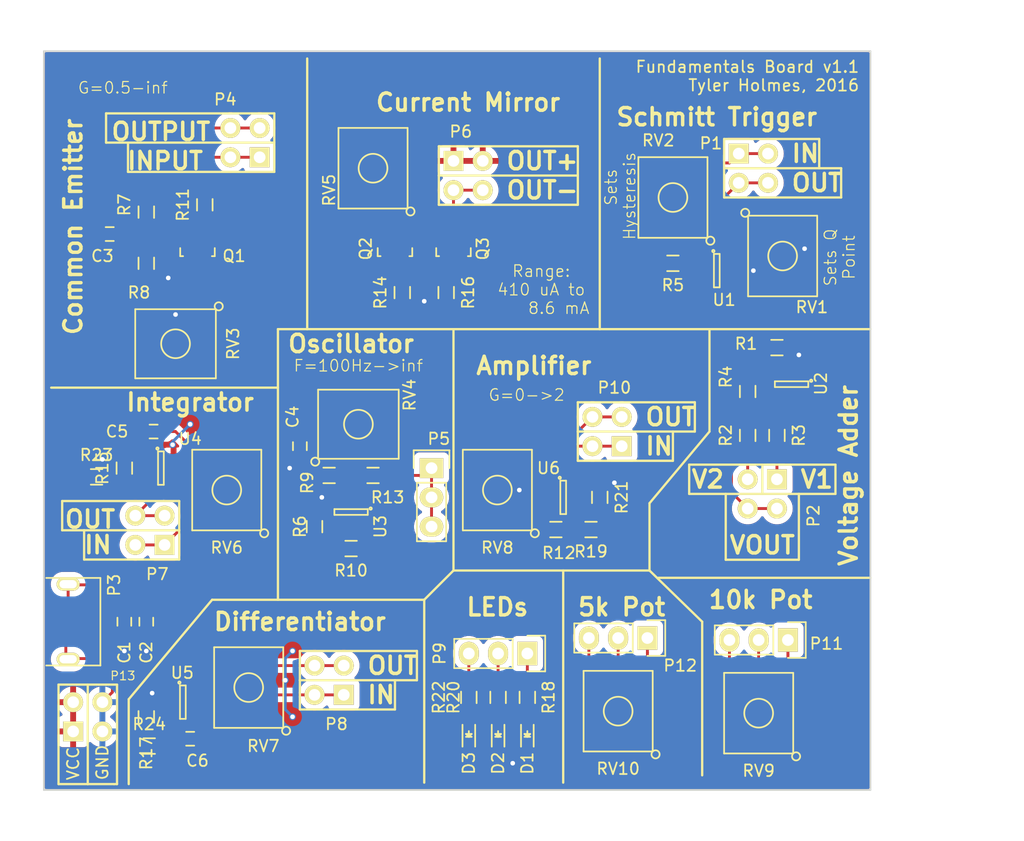
<source format=kicad_pcb>
(kicad_pcb (version 20221018) (generator pcbnew)
  (layers (0 "F.Cu" signal) (31 "B.Cu" signal) (34 "B.Paste" user) (35 "F.Paste" user) (36 "B.SilkS" user "B.Silkscreen") (37 "F.SilkS" user "F.Silkscreen") (38 "B.Mask" user) (39 "F.Mask" user) (44 "Edge.Cuts" user))
  (net 0 "")
  (net 1 "GND")
  (net 2 "C_EmitterIn")
  (net 3 "Int_out")
  (net 4 "Diff_in")
  (net 5 "Net-(D1-Pad2)")
  (net 6 "Net-(D2-Pad2)")
  (net 7 "Net-(D3-Pad2)")
  (net 8 "STrigger_in")
  (net 9 "STrigger_out")
  (net 10 "V2add_in")
  (net 11 "Vadd_out")
  (net 12 "V1add_in")
  (net 13 "Net-(P3-Pad4)")
  (net 14 "Net-(P3-Pad2)")
  (net 15 "Net-(P3-Pad6)")
  (net 16 "Net-(P3-Pad3)")
  (net 17 "C_EmitterOut")
  (net 18 "CMirror_n")
  (net 19 "Int_in")
  (net 20 "Diff_out")
  (net 21 "Amp_in")
  (net 22 "Amp_out")
  (net 23 "Net-(RV2-Pad1)")
  (net 24 "Net-(RV3-Pad3)")
  (net 25 "Net-(RV4-Pad3)")
  (net 26 "Net-(RV5-Pad1)")
  (net 27 "Net-(RV6-Pad1)")
  (net 28 "Net-(RV8-Pad3)")
  (net 29 "Net-(RV7-Pad1)")
  (net 30 "VCC")
  (net 31 "/CE_base")
  (net 32 "/LED1_in")
  (net 33 "/LED2_in")
  (net 34 "/LED3_in")
  (net 35 "/10kpot_1")
  (net 36 "/10kpot_2")
  (net 37 "/10kpot_3")
  (net 38 "/5kpot_1")
  (net 39 "/5kpot_2")
  (net 40 "/5kpot_3")
  (net 41 "/CE_emitter")
  (net 42 "/CM_baseCollector")
  (net 43 "/CM_emitterSet")
  (net 44 "/CM_emitterMirror")
  (net 45 "Net-(RV6-Pad2)")
  (net 46 "/osc_RCFeedback")
  (net 47 "/int_VnFeedback")
  (net 48 "/diff_VnFeedback")
  (net 49 "/osc_schmittFeedback")
  (net 50 "/Vp_Gnd")
  (net 51 "/Vadd_VnFeedback")
  (net 52 "/schmitt_VpFeedback")
  (net 53 "/osc_bias")
  (net 54 "/osc_VpIn")
  (net 55 "/Amp_VpBias")
  (net 56 "/int_VpBias")
  (net 57 "/diff_VpBias")
  (net 58 "/amp_VnFeedback")
  (net 59 "/schmitt_bias")
  (footprint "TylerCustom:ST-4" (layer "F.Cu") (at 145.415 98.425 180)
    (fp_text reference "RV1")
    (fp_text value "v10k")
  )
  (footprint "TylerCustom:ST-4" (layer "F.Cu") (at 135.89 93.345)
    (fp_text reference "RV2")
    (fp_text value "v5k")
  )
  (footprint "TylerCustom:ST-4" (layer "F.Cu") (at 92.71 106.045 90)
    (fp_text reference "RV3")
    (fp_text value "v10k")
  )
  (footprint "TylerCustom:ST-4" (layer "F.Cu") (at 108.585 113.03 -90)
    (fp_text reference "RV4")
    (fp_text value "v10k")
  )
  (footprint "TylerCustom:ST-4" (layer "F.Cu") (at 109.855 90.805)
    (fp_text reference "RV5")
    (fp_text value "v10k")
  )
  (footprint "TylerCustom:ST-4" (layer "F.Cu") (at 97.155 118.745)
    (fp_text reference "RV6")
    (fp_text value "v10k")
  )
  (footprint "TylerCustom:ST-4" (layer "F.Cu") (at 99.06 135.89)
    (fp_text reference "RV7")
    (fp_text value "v10k" hide)
  )
  (footprint "TylerCustom:ST-4" (layer "F.Cu") (at 120.65 118.745)
    (fp_text reference "RV8")
    (fp_text value "v10k")
  )
  (footprint "TylerCustom:ST-4" (layer "F.Cu") (at 143.334279 138.114207)
    (fp_text reference "RV9")
    (fp_text value "v10k")
  )
  (footprint "TylerCustom:ST-4" (layer "F.Cu") (at 131.134663 137.940455)
    (fp_text reference "RV10")
    (fp_text value "v5k")
  )
  (footprint "Capacitors_SMD:C_0603" (layer "F.Cu") (at 88.265 130.175 90)
    (fp_text reference "C1")
    (fp_text value "1 uF" hide)
  )
  (footprint "Capacitors_SMD:C_0603" (layer "F.Cu") (at 90.17 130.175 90)
    (fp_text reference "C2")
    (fp_text value "0.1 uF" hide)
  )
  (footprint "Capacitors_SMD:C_0603" (layer "F.Cu") (at 86.995 96.52 180)
    (fp_text reference "C3")
    (fp_text value "0.1 uF" hide)
  )
  (footprint "Capacitors_SMD:C_0603" (layer "F.Cu") (at 103.505 114.935 90)
    (fp_text reference "C4")
    (fp_text value "1 uF" hide)
  )
  (footprint "Capacitors_SMD:C_0603" (layer "F.Cu") (at 90.805 113.665 180)
    (fp_text reference "C5")
    (fp_text value "0.1 uF" hide)
  )
  (footprint "Capacitors_SMD:C_0603" (layer "F.Cu") (at 93.98 140.335)
    (fp_text reference "C6")
    (fp_text value "0.1 uF" hide)
  )
  (footprint "LEDs:LED_0603" (layer "F.Cu") (at 123.252231 139.920265 90)
    (fp_text reference "D1")
    (fp_text value "LED" hide)
  )
  (footprint "LEDs:LED_0603" (layer "F.Cu") (at 120.712231 139.920265 90)
    (fp_text reference "D2")
    (fp_text value "LED" hide)
  )
  (footprint "LEDs:LED_0603" (layer "F.Cu") (at 118.172231 139.920265 90)
    (fp_text reference "D3")
    (fp_text value "LED" hide)
  )
  (footprint "TylerCustom:Pin_Header_Straight_2x02" (layer "F.Cu") (at 141.605 89.535)
    (fp_text reference "P1")
    (fp_text value "CONN_02X02" hide)
  )
  (footprint "TylerCustom:Pin_Header_Straight_2x02" (layer "F.Cu") (at 144.921541 117.809361 -90)
    (fp_text reference "P2")
    (fp_text value "CONN_02X02" hide)
  )
  (footprint "TylerCustom:2013499-1" (layer "F.Cu") (at 83.185 130.175 -90)
    (fp_text reference "P3")
    (fp_text value "USB_OTG")
  )
  (footprint "TylerCustom:Pin_Header_Straight_2x02" (layer "F.Cu") (at 100.0125 89.8525 180)
    (fp_text reference "P4")
    (fp_text value "CONN_02X02" hide)
  )
  (footprint "Pin_Headers:Pin_Header_Straight_1x03" (layer "F.Cu") (at 114.935 116.84)
    (fp_text reference "P5")
    (fp_text value "CONN_01X03" hide)
  )
  (footprint "TylerCustom:Pin_Header_Straight_2x02" (layer "F.Cu") (at 116.84 90.17)
    (fp_text reference "P6")
    (fp_text value "CONN_02X02" hide)
  )
  (footprint "TylerCustom:Pin_Header_Straight_2x02" (layer "F.Cu") (at 91.7575 123.5075 180)
    (fp_text reference "P7")
    (fp_text value "CONN_02X02" hide)
  )
  (footprint "TylerCustom:Pin_Header_Straight_2x02" (layer "F.Cu") (at 107.315 136.525 180)
    (fp_text reference "P8")
    (fp_text value "CONN_02X02" hide)
  )
  (footprint "Pin_Headers:Pin_Header_Straight_1x03" (layer "F.Cu") (at 123.252231 132.935265 -90)
    (fp_text reference "P9")
    (fp_text value "CONN_01X03" hide)
  )
  (footprint "TylerCustom:Pin_Header_Straight_2x02" (layer "F.Cu") (at 131.445 114.935 180)
    (fp_text reference "P10")
    (fp_text value "CONN_02X02" hide)
  )
  (footprint "Pin_Headers:Pin_Header_Straight_1x03" (layer "F.Cu") (at 145.874279 131.764207 -90)
    (fp_text reference "P11")
    (fp_text value "CONN_01X03" hide)
  )
  (footprint "Pin_Headers:Pin_Header_Straight_1x03" (layer "F.Cu") (at 133.674663 131.590455 -90)
    (fp_text reference "P12")
    (fp_text value "CONN_01X03" hide)
  )
  (footprint "TO_SOT_Packages_SMD:SOT-23" (layer "F.Cu") (at 94.615 97.79 180)
    (fp_text reference "Q1")
    (fp_text value "BC550" hide)
  )
  (footprint "TO_SOT_Packages_SMD:SOT-23" (layer "F.Cu") (at 111.76 97.79 180)
    (fp_text reference "Q2")
    (fp_text value "BC550" hide)
  )
  (footprint "TO_SOT_Packages_SMD:SOT-23" (layer "F.Cu") (at 116.84 97.79 180)
    (fp_text reference "Q3")
    (fp_text value "BC550" hide)
  )
  (footprint "Resistors_SMD:R_0603" (layer "F.Cu") (at 144.921541 106.379361)
    (fp_text reference "R1")
    (fp_text value "5k" hide)
  )
  (footprint "Resistors_SMD:R_0603" (layer "F.Cu") (at 142.381541 113.999361 -90)
    (fp_text reference "R2")
    (fp_text value "10k" hide)
  )
  (footprint "Resistors_SMD:R_0603" (layer "F.Cu") (at 144.921541 113.999361 -90)
    (fp_text reference "R3")
    (fp_text value "10k" hide)
  )
  (footprint "Resistors_SMD:R_0603" (layer "F.Cu") (at 142.381541 110.189361 -90)
    (fp_text reference "R4")
    (fp_text value "5k" hide)
  )
  (footprint "Resistors_SMD:R_0603" (layer "F.Cu") (at 135.89 99.06 180)
    (fp_text reference "R5")
    (fp_text value "5k" hide)
  )
  (footprint "Resistors_SMD:R_0603" (layer "F.Cu") (at 104.775 121.92 -90)
    (fp_text reference "R6")
    (fp_text value "5k" hide)
  )
  (footprint "Resistors_SMD:R_0603" (layer "F.Cu") (at 90.17 94.615 -90)
    (fp_text reference "R7")
    (fp_text value "10k" hide)
  )
  (footprint "Resistors_SMD:R_0603" (layer "F.Cu") (at 90.17 99.06 -90)
    (fp_text reference "R8")
    (fp_text value "10k" hide)
  )
  (footprint "Resistors_SMD:R_0603" (layer "F.Cu") (at 106.045 117.475 180)
    (fp_text reference "R9")
    (fp_text value "5k" hide)
  )
  (footprint "Resistors_SMD:R_0603" (layer "F.Cu") (at 107.95 123.825 180)
    (fp_text reference "R10")
    (fp_text value "5k" hide)
  )
  (footprint "Resistors_SMD:R_0603" (layer "F.Cu") (at 95.25 93.98 -90)
    (fp_text reference "R11")
    (fp_text value "5k" hide)
  )
  (footprint "Resistors_SMD:R_0603" (layer "F.Cu") (at 109.855 117.475 180)
    (fp_text reference "R13")
    (fp_text value "5k" hide)
  )
  (footprint "Resistors_SMD:R_0603" (layer "F.Cu") (at 112.395 101.6 90)
    (fp_text reference "R14")
    (fp_text value "470R" hide)
  )
  (footprint "Resistors_SMD:R_0603" (layer "F.Cu") (at 88.265 116.84 -90)
    (fp_text reference "R15")
    (fp_text value "5k" hide)
  )
  (footprint "Resistors_SMD:R_0603" (layer "F.Cu") (at 116.205 101.6 90)
    (fp_text reference "R16")
    (fp_text value "470R" hide)
  )
  (footprint "Resistors_SMD:R_0603" (layer "F.Cu") (at 90.17 138.43 -90)
    (fp_text reference "R17")
    (fp_text value "5k" hide)
  )
  (footprint "Resistors_SMD:R_0603" (layer "F.Cu") (at 123.252231 136.745265 90)
    (fp_text reference "R18")
    (fp_text value "470R" hide)
  )
  (footprint "Resistors_SMD:R_0603" (layer "F.Cu") (at 128.778 122.174)
    (fp_text reference "R19")
    (fp_text value "5k" hide)
  )
  (footprint "Resistors_SMD:R_0603" (layer "F.Cu") (at 120.712231 136.745265 90)
    (fp_text reference "R20")
    (fp_text value "470R" hide)
  )
  (footprint "Resistors_SMD:R_0603" (layer "F.Cu") (at 129.54 119.38 -90)
    (fp_text reference "R21")
    (fp_text value "10k" hide)
  )
  (footprint "Resistors_SMD:R_0603" (layer "F.Cu") (at 118.172231 136.745265 90)
    (fp_text reference "R22")
    (fp_text value "470R" hide)
  )
  (footprint "TO_SOT_Packages_SMD:SOT-23-5" (layer "F.Cu") (at 139.7 99.695)
    (fp_text reference "U1")
    (fp_text value "MCP601" hide)
  )
  (footprint "TO_SOT_Packages_SMD:SOT-23-5" (layer "F.Cu") (at 146.191541 109.554361 -90)
    (fp_text reference "U2")
    (fp_text value "MCP601" hide)
  )
  (footprint "TO_SOT_Packages_SMD:SOT-23-5" (layer "F.Cu") (at 107.95 120.65 -90)
    (fp_text reference "U3")
    (fp_text value "MCP601" hide)
  )
  (footprint "TO_SOT_Packages_SMD:SOT-23-5" (layer "F.Cu") (at 91.44 116.84)
    (fp_text reference "U4")
    (fp_text value "MCP601" hide)
  )
  (footprint "TO_SOT_Packages_SMD:SOT-23-5" (layer "F.Cu") (at 93.345 137.16)
    (fp_text reference "U5")
    (fp_text value "MCP601" hide)
  )
  (footprint "TO_SOT_Packages_SMD:SOT-23-5" (layer "F.Cu") (at 126.365 119.38)
    (fp_text reference "U6")
    (fp_text value "MCP601" hide)
  )
  (footprint "TylerCustom:Pin_Header_Straight_2x02" (layer "F.Cu") (at 83.82 139.7 90)
    (fp_text reference "P13")
    (fp_text value "CONN_02X02" hide)
  )
  (footprint "Resistors_SMD:R_0603" (layer "F.Cu") (at 125.73 122.174)
    (fp_text reference "R12")
    (fp_text value "10k")
  )
  (footprint "Resistors_SMD:R_0603" (layer "F.Cu") (at 85.852 117.602)
    (fp_text reference "R23")
    (fp_text value "5k")
  )
  (footprint "Resistors_SMD:R_0603" (layer "F.Cu") (at 90.424 140.97)
    (fp_text reference "R24")
    (fp_text value "5k")
  )
  (gr_line (start 101.2825 88.5825) (end 101.2825 91.1225) (stroke (width 0.2)) (layer "F.SilkS"))
  (gr_line (start 115.57 91.44) (end 115.57 88.9) (stroke (width 0.2)) (layer "F.SilkS"))
  (gr_line (start 101.2825 86.0425) (end 101.2825 88.5825) (stroke (width 0.2)) (layer "F.SilkS"))
  (gr_line (start 86.6775 86.0425) (end 101.2825 86.0425) (stroke (width 0.2)) (layer "F.SilkS"))
  (gr_line (start 113.665 135.255) (end 113.665 132.715) (stroke (width 0.2)) (layer "F.SilkS"))
  (gr_line (start 115.57 88.9) (end 127.635 88.9) (stroke (width 0.2)) (layer "F.SilkS"))
  (gr_line (start 127.635 113.665) (end 127.635 111.125) (stroke (width 0.2)) (layer "F.SilkS"))
  (gr_line (start 127.635 91.44) (end 127.635 93.98) (stroke (width 0.2)) (layer "F.SilkS"))
  (gr_line (start 82.8675 119.6975) (end 93.0275 119.6975) (stroke (width 0.2)) (layer "F.SilkS"))
  (gr_line (start 87.63 144.272) (end 87.63 135.636) (stroke (width 0.2)) (layer "F.SilkS"))
  (gr_line (start 114.3 128.27) (end 95.885 128.27) (stroke (width 0.2)) (layer "F.SilkS"))
  (gr_line (start 84.7725 122.2375) (end 82.8675 122.2375) (stroke (width 0.2)) (layer "F.SilkS"))
  (gr_line (start 137.301541 119.079361) (end 137.301541 116.539361) (stroke (width 0.2)) (layer "F.SilkS"))
  (gr_line (start 135.89 116.205) (end 135.89 113.665) (stroke (width 0.2)) (layer "F.SilkS"))
  (gr_line (start 103.505 132.715) (end 103.505 135.255) (stroke (width 0.2)) (layer "F.SilkS"))
  (gr_line (start 82.55 135.636) (end 82.55 144.272) (stroke (width 0.2)) (layer "F.SilkS"))
  (gr_line (start 140.335 88.265) (end 140.335 90.805) (stroke (width 0.2)) (layer "F.SilkS"))
  (gr_line (start 140.335 90.805) (end 140.335 93.345) (stroke (width 0.2)) (layer "F.SilkS"))
  (gr_line (start 127.635 93.98) (end 115.57 93.98) (stroke (width 0.2)) (layer "F.SilkS"))
  (gr_line (start 126.365 125.73) (end 126.365 144.145) (stroke (width 0.2)) (layer "F.SilkS"))
  (gr_line (start 143.651541 119.079361) (end 150.001541 119.079361) (stroke (width 0.2)) (layer "F.SilkS"))
  (gr_line (start 82.55 144.272) (end 85.09 144.272) (stroke (width 0.2)) (layer "F.SilkS"))
  (gr_line (start 116.84 104.775) (end 116.84 125.73) (stroke (width 0.2)) (layer "F.SilkS"))
  (gr_line (start 143.651541 119.079361) (end 137.301541 119.079361) (stroke (width 0.2)) (layer "F.SilkS"))
  (gr_line (start 148.59 88.265) (end 140.335 88.265) (stroke (width 0.2)) (layer "F.SilkS"))
  (gr_line (start 115.57 93.98) (end 115.57 91.44) (stroke (width 0.2)) (layer "F.SilkS"))
  (gr_line (start 143.651541 116.539361) (end 143.651541 119.079361) (stroke (width 0.2)) (layer "F.SilkS"))
  (gr_line (start 116.84 125.73) (end 133.858 125.73) (stroke (width 0.2)) (layer "F.SilkS"))
  (gr_line (start 84.7725 124.7775) (end 93.0275 124.7775) (stroke (width 0.2)) (layer "F.SilkS"))
  (gr_line (start 87.376 144.272) (end 87.63 144.272) (stroke (width 0.2)) (layer "F.SilkS"))
  (gr_line (start 127.635 113.665) (end 127.635 116.205) (stroke (width 0.2)) (layer "F.SilkS"))
  (gr_line (start 139.065 113.665) (end 139.065 104.775) (stroke (width 0.2)) (layer "F.SilkS"))
  (gr_line (start 140.335 93.345) (end 150.495 93.345) (stroke (width 0.2)) (layer "F.SilkS"))
  (gr_line (start 137.795 113.665) (end 135.89 113.665) (stroke (width 0.2)) (layer "F.SilkS"))
  (gr_line (start 115.57 91.44) (end 127.635 91.44) (stroke (width 0.2)) (layer "F.SilkS"))
  (gr_line (start 111.76 135.255) (end 103.505 135.255) (stroke (width 0.2)) (layer "F.SilkS"))
  (gr_line (start 103.505 135.255) (end 103.505 137.795) (stroke (width 0.2)) (layer "F.SilkS"))
  (gr_line (start 86.6775 88.5825) (end 86.6775 86.0425) (stroke (width 0.2)) (layer "F.SilkS"))
  (gr_line (start 139.065 104.775) (end 153.035 104.775) (stroke (width 0.2)) (layer "F.SilkS"))
  (gr_line (start 88.5825 88.5825) (end 88.5825 91.1225) (stroke (width 0.2)) (layer "F.SilkS"))
  (gr_line (start 84.7725 122.2375) (end 84.7725 124.7775) (stroke (width 0.2)) (layer "F.SilkS"))
  (gr_line (start 150.001541 119.079361) (end 150.001541 116.539361) (stroke (width 0.2)) (layer "F.SilkS"))
  (gr_line (start 127.635 88.9) (end 127.635 91.44) (stroke (width 0.2)) (layer "F.SilkS"))
  (gr_line (start 85.09 144.272) (end 87.376 144.272) (stroke (width 0.2)) (layer "F.SilkS"))
  (gr_line (start 88.5825 91.1225) (end 101.2825 91.1225) (stroke (width 0.2)) (layer "F.SilkS"))
  (gr_line (start 146.826541 124.794361) (end 140.476541 124.794361) (stroke (width 0.2)) (layer "F.SilkS"))
  (gr_line (start 135.89 113.665) (end 127.635 113.665) (stroke (width 0.2)) (layer "F.SilkS"))
  (gr_line (start 140.476541 124.794361) (end 140.476541 119.079361) (stroke (width 0.2)) (layer "F.SilkS"))
  (gr_line (start 137.795 111.125) (end 137.795 113.665) (stroke (width 0.2)) (layer "F.SilkS"))
  (gr_line (start 101.2825 88.5825) (end 88.5825 88.5825) (stroke (width 0.2)) (layer "F.SilkS"))
  (gr_line (start 104.14 104.775) (end 104.14 81.28) (stroke (width 0.2)) (layer "F.SilkS"))
  (gr_line (start 127.635 111.125) (end 137.795 111.125) (stroke (width 0.2)) (layer "F.SilkS"))
  (gr_line (start 113.665 132.715) (end 103.505 132.715) (stroke (width 0.2)) (layer "F.SilkS"))
  (gr_line (start 103.505 137.795) (end 111.76 137.795) (stroke (width 0.2)) (layer "F.SilkS"))
  (gr_line (start 88.5825 88.5825) (end 86.6775 88.5825) (stroke (width 0.2)) (layer "F.SilkS"))
  (gr_line (start 114.3 128.27) (end 114.3 144.145) (stroke (width 0.2)) (layer "F.SilkS"))
  (gr_line (start 101.6 128.27) (end 101.6 104.775) (stroke (width 0.2)) (layer "F.SilkS"))
  (gr_line (start 133.858 119.888) (end 133.858 125.73) (stroke (width 0.2)) (layer "F.SilkS"))
  (gr_line (start 93.0275 119.6975) (end 93.0275 122.2375) (stroke (width 0.2)) (layer "F.SilkS"))
  (gr_line (start 146.826541 119.079361) (end 146.826541 124.794361) (stroke (width 0.2)) (layer "F.SilkS"))
  (gr_line (start 101.6 109.855) (end 81.915 109.855) (stroke (width 0.2)) (layer "F.SilkS"))
  (gr_line (start 137.301541 116.539361) (end 143.651541 116.539361) (stroke (width 0.2)) (layer "F.SilkS"))
  (gr_line (start 93.0275 122.2375) (end 84.7725 122.2375) (stroke (width 0.2)) (layer "F.SilkS"))
  (gr_line (start 129.54 104.775) (end 129.54 81.28) (stroke (width 0.2)) (layer "F.SilkS"))
  (gr_line (start 148.59 90.805) (end 148.59 88.265) (stroke (width 0.2)) (layer "F.SilkS"))
  (gr_line (start 82.8675 122.2375) (end 82.8675 119.6975) (stroke (width 0.2)) (layer "F.SilkS"))
  (gr_line (start 101.6 104.775) (end 116.84 104.775) (stroke (width 0.2)) (layer "F.SilkS"))
  (gr_line (start 87.63 135.636) (end 85.09 135.636) (stroke (width 0.2)) (layer "F.SilkS"))
  (gr_line (start 150.495 93.345) (end 150.495 90.805) (stroke (width 0.2)) (layer "F.SilkS"))
  (gr_line (start 114.3 128.27) (end 116.84 125.73) (stroke (width 0.2)) (layer "F.SilkS"))
  (gr_line (start 93.0275 124.7775) (end 93.0275 122.2375) (stroke (width 0.2)) (layer "F.SilkS"))
  (gr_line (start 88.646 136.906) (end 88.646 144.272) (stroke (width 0.2)) (layer "F.SilkS"))
  (gr_line (start 150.001541 116.539361) (end 143.651541 116.539361) (stroke (width 0.2)) (layer "F.SilkS"))
  (gr_line (start 134.62 126.365) (end 153.035 126.365) (stroke (width 0.2)) (layer "F.SilkS"))
  (gr_line (start 111.76 137.795) (end 111.76 135.255) (stroke (width 0.2)) (layer "F.SilkS"))
  (gr_line (start 150.495 90.805) (end 140.335 90.805) (stroke (width 0.2)) (layer "F.SilkS"))
  (gr_line (start 85.09 135.636) (end 82.55 135.636) (stroke (width 0.2)) (layer "F.SilkS"))
  (gr_line (start 138.43 143.51) (end 138.43 130.175) (stroke (width 0.2)) (layer "F.SilkS"))
  (gr_line (start 111.76 135.255) (end 113.665 135.255) (stroke (width 0.2)) (layer "F.SilkS"))
  (gr_line (start 95.885 128.27) (end 88.646 136.906) (stroke (width 0.2)) (layer "F.SilkS"))
  (gr_line (start 85.09 135.636) (end 85.09 144.272) (stroke (width 0.2)) (layer "F.SilkS"))
  (gr_line (start 133.858 119.888) (end 139.065 113.665) (stroke (width 0.2)) (layer "F.SilkS"))
  (gr_line (start 138.43 130.175) (end 133.858 125.73) (stroke (width 0.2)) (layer "F.SilkS"))
  (gr_line (start 139.065 104.775) (end 116.84 104.775) (stroke (width 0.2)) (layer "F.SilkS"))
  (gr_line (start 127.635 116.205) (end 135.89 116.205) (stroke (width 0.2)) (layer "F.SilkS"))
  (gr_line (start 81.28 80.645) (end 81.28 144.78) (stroke (width 0.15)) (layer "Edge.Cuts"))
  (gr_line (start 153.035 80.645) (end 81.28 80.645) (stroke (width 0.15)) (layer "Edge.Cuts"))
  (gr_line (start 81.28 144.78) (end 153.035 144.78) (stroke (width 0.15)) (layer "Edge.Cuts"))
  (gr_line (start 153.035 144.78) (end 153.035 80.645) (stroke (width 0.15)) (layer "Edge.Cuts"))
  (gr_text "GND\n" (at 86.36 144.018 90) (layer "F.SilkS") (effects (font (size 1 1)) (justify left)))
  (gr_text "Oscillator\n" (at 107.95 106.045) (layer "F.SilkS") (effects (font (size 1.5 1.5) (thickness 0.3))))
  (gr_text "OUTPUT\n" (at 86.995 87.63) (layer "F.SilkS") (effects (font (size 1.5 1.5) (thickness 0.3)) (justify left)))
  (gr_text "Integrator\n" (at 93.98 111.125) (layer "F.SilkS") (effects (font (size 1.5 1.5) (thickness 0.3))))
  (gr_text "V2" (at 140.476541 117.809361) (layer "F.SilkS") (effects (font (size 1.5 1.5) (thickness 0.3)) (justify right)))
  (gr_text "G=0.5-inf\n" (at 88.138 83.82) (layer "F.SilkS") (effects (font (size 1 1) (thickness 0.1))))
  (gr_text "Voltage Adder\n" (at 151.13 117.475 90) (layer "F.SilkS") (effects (font (size 1.5 1.5) (thickness 0.3))))
  (gr_text "Sets Q\nPoint" (at 150.368 98.552 90) (layer "F.SilkS") (effects (font (size 1 1) (thickness 0.1))))
  (gr_text "Common Emitter\n" (at 83.82 95.885 90) (layer "F.SilkS") (effects (font (size 1.5 1.5) (thickness 0.3))))
  (gr_text "Range:\n410 uA to\n    8.6 mA" (at 124.46 101.346) (layer "F.SilkS") (effects (font (size 1 1) (thickness 0.1))))
  (gr_text "IN" (at 87.3125 123.5075) (layer "F.SilkS") (effects (font (size 1.5 1.5) (thickness 0.3)) (justify right)))
  (gr_text "10k Pot\n" (at 143.51 128.27) (layer "F.SilkS") (effects (font (size 1.5 1.5) (thickness 0.3))))
  (gr_text "OUT\n" (at 87.63 121.285) (layer "F.SilkS") (effects (font (size 1.5 1.5) (thickness 0.3)) (justify right)))
  (gr_text "VOUT" (at 143.651541 123.524361) (layer "F.SilkS") (effects (font (size 1.5 1.5) (thickness 0.3))))
  (gr_text "G=0->2" (at 123.19 110.49) (layer "F.SilkS") (effects (font (size 1 1) (thickness 0.1))))
  (gr_text "  Sets\nHysteresis" (at 131.318 93.218 90) (layer "F.SilkS") (effects (font (size 1 1) (thickness 0.1))))
  (gr_text "IN\n" (at 133.35 114.935) (layer "F.SilkS") (effects (font (size 1.5 1.5) (thickness 0.3)) (justify left)))
  (gr_text "INPUT" (at 95.25 90.17) (layer "F.SilkS") (effects (font (size 1.5 1.5) (thickness 0.3)) (justify right)))
  (gr_text "Fundamentals Board v1.1\nTyler Holmes, 2016" (at 152.146 82.804) (layer "F.SilkS") (effects (font (size 1 1)) (justify right)))
  (gr_text "OUT\n" (at 133.35 112.395) (layer "F.SilkS") (effects (font (size 1.5 1.5) (thickness 0.3)) (justify left)))
  (gr_text "OUT-" (at 121.285 92.71) (layer "F.SilkS") (effects (font (size 1.5 1.5) (thickness 0.3)) (justify left)))
  (gr_text "Schmitt Trigger\n" (at 139.7 86.36) (layer "F.SilkS") (effects (font (size 1.5 1.5) (thickness 0.3))))
  (gr_text "V1" (at 146.826541 117.809361) (layer "F.SilkS") (effects (font (size 1.5 1.5) (thickness 0.3)) (justify left)))
  (gr_text "Differentiator\n" (at 103.505 130.175) (layer "F.SilkS") (effects (font (size 1.5 1.5) (thickness 0.3))))
  (gr_text "Current Mirror\n" (at 118.11 85.09) (layer "F.SilkS") (effects (font (size 1.5 1.5) (thickness 0.3))))
  (gr_text "OUT" (at 109.22 133.985) (layer "F.SilkS") (effects (font (size 1.5 1.5) (thickness 0.3)) (justify left)))
  (gr_text "VCC" (at 83.82 144.018 90) (layer "F.SilkS") (effects (font (size 1 1)) (justify left)))
  (gr_text "LEDs\n" (at 120.65 128.905) (layer "F.SilkS") (effects (font (size 1.5 1.5) (thickness 0.3))))
  (gr_text "OUT" (at 146.05 92.075) (layer "F.SilkS") (effects (font (size 1.5 1.5) (thickness 0.3)) (justify left)))
  (gr_text "5k Pot\n" (at 131.445 128.905) (layer "F.SilkS") (effects (font (size 1.5 1.5) (thickness 0.3))))
  (gr_text "F=100Hz->inf" (at 108.585 107.95) (layer "F.SilkS") (effects (font (size 1 1) (thickness 0.1))))
  (gr_text "IN" (at 109.22 136.525) (layer "F.SilkS") (effects (font (size 1.5 1.5) (thickness 0.3)) (justify left)))
  (gr_text "IN" (at 146.05 89.535) (layer "F.SilkS") (effects (font (size 1.5 1.5) (thickness 0.3)) (justify left)))
  (gr_text "OUT+" (at 121.285 90.17) (layer "F.SilkS") (effects (font (size 1.5 1.5) (thickness 0.3)) (justify left)))
  (gr_text "Amplifier\n" (at 123.825 107.95) (layer "F.SilkS") (effects (font (size 1.5 1.5) (thickness 0.3))))
  (segment (start 123.19 119.38) (end 122.555 118.745) (width 0.25) (layer "F.Cu") (net 1))
  (segment (start 86.36 137.16) (end 87.223599 136.296401) (width 0.25) (layer "F.Cu") (net 1))
  (segment (start 125.265 119.38) (end 123.19 119.38) (width 0.25) (layer "F.Cu") (net 1))
  (segment (start 102.616 115.949) (end 102.616 116.84) (width 0.25) (layer "F.Cu") (net 1))
  (segment (start 146.191541 108.454361) (end 146.191541 106.399361) (width 0.25) (layer "F.Cu") (net 1))
  (segment (start 89.674 140.77) (end 89.674 140.97) (width 0.25) (layer "F.Cu") (net 1))
  (segment (start 90.17 130.925) (end 90.17 132.715) (width 0.25) (layer "F.Cu") (net 1))
  (segment (start 141.290002 99.695) (end 142.875 99.695) (width 0.25) (layer "F.Cu") (net 1))
  (segment (start 85.918 116.586) (end 85.102 117.402) (width 0.25) (layer "F.Cu") (net 1))
  (segment (start 103.505 115.685) (end 103.505 115.71) (width 0.25) (layer "F.Cu") (net 1))
  (segment (start 146.526542 106.714362) (end 146.826541 107.014361) (width 0.25) (layer "F.Cu") (net 1))
  (segment (start 91.555 99.81) (end 92.075 100.33) (width 0.25) (layer "F.Cu") (net 1))
  (segment (start 95.71 104.87) (end 94.075 104.87) (width 0.25) (layer "F.Cu") (net 1))
  (segment (start 146.191541 106.399361) (end 146.171541 106.379361) (width 0.25) (layer "F.Cu") (net 1))
  (segment (start 91.465 137.16) (end 90.678 136.373) (width 0.25) (layer "F.Cu") (net 1))
  (segment (start 88.604 139.7) (end 89.674 140.77) (width 0.25) (layer "F.Cu") (net 1))
  (segment (start 146.59 97.06) (end 147.32 97.79) (width 0.25) (layer "F.Cu") (net 1))
  (segment (start 146.171541 106.379361) (end 145.671541 106.379361) (width 0.25) (layer "F.Cu") (net 1))
  (segment (start 118.172231 140.669565) (end 120.712231 140.669565) (width 0.25) (layer "F.Cu") (net 1))
  (segment (start 130.29 118.63) (end 130.510001 118.409999) (width 0.25) (layer "F.Cu") (net 1))
  (segment (start 85.86 131.475) (end 87.715 131.475) (width 0.25) (layer "F.Cu") (net 1))
  (segment (start 123.252231 140.669565) (end 120.712231 140.669565) (width 0.25) (layer "F.Cu") (net 1))
  (segment (start 88.265 130.925) (end 88.265 132.715) (width 0.25) (layer "F.Cu") (net 1))
  (segment (start 146.191541 106.379361) (end 146.526542 106.714362) (width 0.25) (layer "F.Cu") (net 1))
  (segment (start 120.712231 140.669565) (end 121.361011 140.669565) (width 0.25) (layer "F.Cu") (net 1))
  (segment (start 146.59 95.425) (end 146.59 97.06) (width 0.25) (layer "F.Cu") (net 1))
  (segment (start 129.54 118.63) (end 130.29 118.63) (width 0.25) (layer "F.Cu") (net 1))
  (segment (start 103.505 115.685) (end 102.88 115.685) (width 0.25) (layer "F.Cu") (net 1))
  (segment (start 102.88 115.685) (end 102.616 115.949) (width 0.25) (layer "F.Cu") (net 1))
  (segment (start 130.510001 118.409999) (end 130.81 118.11) (width 0.25) (layer "F.Cu") (net 1))
  (segment (start 85.102 117.402) (end 85.102 117.602) (width 0.25) (layer "F.Cu") (net 1))
  (segment (start 87.715 131.475) (end 88.265 130.925) (width 0.25) (layer "F.Cu") (net 1))
  (segment (start 145.671541 106.379361) (end 146.191541 106.379361) (width 0.25) (layer "F.Cu") (net 1))
  (segment (start 92.245 137.16) (end 91.465 137.16) (width 0.25) (layer "F.Cu") (net 1))
  (segment (start 105.475 120.67) (end 104.975 121.17) (width 0.25) (layer "F.Cu") (net 1))
  (segment (start 87.223599 133.248401) (end 87.757 132.715) (width 0.25) (layer "F.Cu") (net 1))
  (segment (start 86.868 116.586) (end 86.614 116.586) (width 0.25) (layer "F.Cu") (net 1))
  (segment (start 107.95 119.55) (end 107.95 120.33) (width 0.25) (layer "F.Cu") (net 1))
  (segment (start 87.122 116.84) (end 86.868 116.586) (width 0.25) (layer "F.Cu") (net 1))
  (segment (start 86.614 116.586) (end 85.918 116.586) (width 0.25) (layer "F.Cu") (net 1))
  (segment (start 94.075 104.87) (end 92.71 103.505) (width 0.25) (layer "F.Cu") (net 1))
  (segment (start 138.6 99.695) (end 141.290002 99.695) (width 0.25) (layer "F.Cu") (net 1))
  (segment (start 104.775 120.015) (end 105.41 119.38) (width 0.25) (layer "F.Cu") (net 1))
  (segment (start 87.223599 136.296401) (end 87.223599 133.248401) (width 0.25) (layer "F.Cu") (net 1))
  (segment (start 107.61 120.67) (end 105.475 120.67) (width 0.25) (layer "F.Cu") (net 1))
  (segment (start 104.975 121.17) (end 104.775 121.17) (width 0.25) (layer "F.Cu") (net 1))
  (segment (start 90.17 99.81) (end 91.555 99.81) (width 0.25) (layer "F.Cu") (net 1))
  (segment (start 114.3 102.35) (end 116.205 102.35) (width 0.25) (layer "F.Cu") (net 1))
  (segment (start 121.982231 141.290785) (end 121.982231 142.460265) (width 0.25) (layer "F.Cu") (net 1))
  (segment (start 112.395 102.35) (end 114.3 102.35) (width 0.25) (layer "F.Cu") (net 1))
  (segment (start 86.614 116.332) (end 86.36 116.078) (width 0.25) (layer "F.Cu") (net 1))
  (segment (start 121.361011 140.669565) (end 121.982231 141.290785) (width 0.25) (layer "F.Cu") (net 1))
  (segment (start 86.614 116.586) (end 86.614 116.332) (width 0.25) (layer "F.Cu") (net 1))
  (segment (start 86.36 139.7) (end 88.604 139.7) (width 0.25) (layer "F.Cu") (net 1))
  (segment (start 107.95 120.33) (end 107.61 120.67) (width 0.25) (layer "F.Cu") (net 1))
  (segment (start 90.17 130.925) (end 88.265 130.925) (width 0.25) (layer "F.Cu") (net 1))
  (segment (start 104.775 121.17) (end 104.775 120.015) (width 0.25) (layer "F.Cu") (net 1))
  (segment (start 87.757 132.715) (end 88.265 132.715) (width 0.25) (layer "F.Cu") (net 1))
  (segment (start 90.34 116.84) (end 87.122 116.84) (width 0.25) (layer "F.Cu") (net 1))
  (via (at 102.616 116.84) (size 0.6) (drill 0.4) (layers "F.Cu" "B.Cu") (net 1))
  (via (at 90.17 132.715) (size 0.6) (drill 0.4) (layers "F.Cu" "B.Cu") (net 1))
  (via (at 130.81 118.11) (size 0.6) (drill 0.4) (layers "F.Cu" "B.Cu") (net 1))
  (via (at 147.32 97.79) (size 0.6) (drill 0.4) (layers "F.Cu" "B.Cu") (net 1))
  (via (at 92.075 100.33) (size 0.6) (drill 0.4) (layers "F.Cu" "B.Cu") (net 1))
  (via (at 105.41 119.38) (size 0.6) (drill 0.4) (layers "F.Cu" "B.Cu") (net 1))
  (via (at 88.265 132.715) (size 0.6) (drill 0.4) (layers "F.Cu" "B.Cu") (net 1))
  (via (at 142.875 99.695) (size 0.6) (drill 0.4) (layers "F.Cu" "B.Cu") (net 1))
  (via (at 86.36 116.078) (size 0.6) (drill 0.4) (layers "F.Cu" "B.Cu") (net 1))
  (via (at 114.3 102.35) (size 0.6) (drill 0.4) (layers "F.Cu" "B.Cu") (net 1))
  (via (at 92.71 103.505) (size 0.6) (drill 0.4) (layers "F.Cu" "B.Cu") (net 1))
  (via (at 121.982231 142.460265) (size 0.6) (drill 0.4) (layers "F.Cu" "B.Cu") (net 1))
  (via (at 122.555 118.745) (size 0.6) (drill 0.4) (layers "F.Cu" "B.Cu") (net 1))
  (via (at 146.826541 107.014361) (size 0.6) (drill 0.4) (layers "F.Cu" "B.Cu") (net 1))
  (via (at 90.678 136.373) (size 0.6) (drill 0.4) (layers "F.Cu" "B.Cu") (net 1))
  (segment (start 97.4725 89.8525) (end 87.9475 89.8525) (width 0.25) (layer "F.Cu") (net 2))
  (segment (start 100.0125 89.8525) (end 97.4725 89.8525) (width 0.25) (layer "F.Cu") (net 2))
  (segment (start 87.9475 89.8525) (end 86.245 91.555) (width 0.25) (layer "F.Cu") (net 2))
  (segment (start 86.245 91.555) (end 86.245 96.52) (width 0.25) (layer "F.Cu") (net 2))
  (segment (start 91.12 115.89) (end 90.34 115.89) (width 0.25) (layer "F.Cu") (net 3))
  (segment (start 89.2175 120.9675) (end 91.44 118.745) (width 0.25) (layer "F.Cu") (net 3))
  (segment (start 91.44 116.21) (end 91.12 115.89) (width 0.25) (layer "F.Cu") (net 3))
  (segment (start 90.34 115.89) (end 90.34 113.95) (width 0.25) (layer "F.Cu") (net 3))
  (segment (start 89.2175 120.9675) (end 91.7575 120.9675) (width 0.25) (layer "F.Cu") (net 3))
  (segment (start 91.44 118.745) (end 91.44 116.21) (width 0.25) (layer "F.Cu") (net 3))
  (segment (start 90.34 113.95) (end 90.055 113.665) (width 0.25) (layer "F.Cu") (net 3))
  (segment (start 95.885 141.605) (end 96.52 140.97) (width 0.25) (layer "F.Cu") (net 4))
  (segment (start 99.010001 140.150001) (end 99.010001 137.844999) (width 0.25) (layer "F.Cu") (net 4))
  (segment (start 93.23 140.335) (end 93.23 140.96) (width 0.25) (layer "F.Cu") (net 4))
  (segment (start 93.23 140.96) (end 93.875 141.605) (width 0.25) (layer "F.Cu") (net 4))
  (segment (start 98.190002 140.97) (end 99.010001 140.150001) (width 0.25) (layer "F.Cu") (net 4))
  (segment (start 96.52 140.97) (end 98.190002 140.97) (width 0.25) (layer "F.Cu") (net 4))
  (segment (start 107.315 136.525) (end 104.775 136.525) (width 0.25) (layer "F.Cu") (net 4))
  (segment (start 99.010001 137.844999) (end 100.33 136.525) (width 0.25) (layer "F.Cu") (net 4))
  (segment (start 100.33 136.525) (end 104.775 136.525) (width 0.25) (layer "F.Cu") (net 4))
  (segment (start 93.875 141.605) (end 95.885 141.605) (width 0.25) (layer "F.Cu") (net 4))
  (segment (start 123.252231 139.170965) (end 123.252231 137.495265) (width 0.25) (layer "F.Cu") (net 5))
  (segment (start 120.712231 137.495265) (end 120.712231 139.170965) (width 0.25) (layer "F.Cu") (net 6))
  (segment (start 118.172231 137.495265) (end 118.172231 139.170965) (width 0.25) (layer "F.Cu") (net 7))
  (segment (start 135.89 90.345) (end 140.795 90.345) (width 0.25) (layer "F.Cu") (net 8))
  (segment (start 144.145 89.535) (end 141.605 89.535) (width 0.25) (layer "F.Cu") (net 8))
  (segment (start 140.795 90.345) (end 141.605 89.535) (width 0.25) (layer "F.Cu") (net 8))
  (segment (start 138.6 95.08) (end 141.605 92.075) (width 0.25) (layer "F.Cu") (net 9))
  (segment (start 136.64 99.06) (end 136.955 98.745) (width 0.25) (layer "F.Cu") (net 9))
  (segment (start 144.145 92.075) (end 141.605 92.075) (width 0.25) (layer "F.Cu") (net 9))
  (segment (start 138.6 98.745) (end 138.6 95.08) (width 0.25) (layer "F.Cu") (net 9))
  (segment (start 136.955 98.745) (end 138.6 98.745) (width 0.25) (layer "F.Cu") (net 9))
  (segment (start 144.921541 117.809361) (end 144.921541 114.749361) (width 0.25) (layer "F.Cu") (net 10))
  (segment (start 140.97 110.150902) (end 140.97 118.93782) (width 0.25) (layer "F.Cu") (net 11))
  (segment (start 147.141541 109.234361) (end 147.141541 108.454361) (width 0.25) (layer "F.Cu") (net 11))
  (segment (start 142.381541 120.349361) (end 144.921541 120.349361) (width 0.25) (layer "F.Cu") (net 11))
  (segment (start 141.681541 109.439361) (end 140.97 110.150902) (width 0.25) (layer "F.Cu") (net 11))
  (segment (start 142.381541 109.439361) (end 146.936541 109.439361) (width 0.25) (layer "F.Cu") (net 11))
  (segment (start 142.381541 109.439361) (end 141.681541 109.439361) (width 0.25) (layer "F.Cu") (net 11))
  (segment (start 146.936541 109.439361) (end 147.141541 109.234361) (width 0.25) (layer "F.Cu") (net 11))
  (segment (start 140.97 118.93782) (end 142.381541 120.349361) (width 0.25) (layer "F.Cu") (net 11))
  (segment (start 142.381541 114.749361) (end 142.381541 117.809361) (width 0.25) (layer "F.Cu") (net 12))
  (segment (start 83.385 126.92) (end 83.385 128.775) (width 0.25) (layer "F.Cu") (net 15))
  (segment (start 83.185 133.23) (end 83.385 133.43) (width 0.25) (layer "F.Cu") (net 15))
  (segment (start 83.385 128.775) (end 83.185 128.975) (width 0.25) (layer "F.Cu") (net 15))
  (segment (start 85.635 133.375) (end 83.44 133.375) (width 0.25) (layer "F.Cu") (net 15))
  (segment (start 83.44 133.375) (end 83.385 133.43) (width 0.25) (layer "F.Cu") (net 15))
  (segment (start 83.185 128.975) (end 83.185 131.375) (width 0.25) (layer "F.Cu") (net 15))
  (segment (start 83.185 131.375) (end 83.185 133.23) (width 0.25) (layer "F.Cu") (net 15))
  (segment (start 83.44 126.975) (end 83.385 126.92) (width 0.25) (layer "F.Cu") (net 15))
  (segment (start 85.635 126.975) (end 83.44 126.975) (width 0.25) (layer "F.Cu") (net 15))
  (segment (start 95.565 95.045) (end 95.25 94.73) (width 0.25) (layer "F.Cu") (net 17))
  (segment (start 86.970001 97.155001) (end 86.905001 97.220001) (width 0.25) (layer "F.Cu") (net 17))
  (segment (start 97.4725 87.3125) (end 100.0125 87.3125) (width 0.25) (layer "F.Cu") (net 17))
  (segment (start 85.519999 97.155001) (end 85.519999 91.643591) (width 0.25) (layer "F.Cu") (net 17))
  (segment (start 85.584999 97.220001) (end 85.519999 97.155001) (width 0.25) (layer "F.Cu") (net 17))
  (segment (start 95.95 94.73) (end 95.25 94.73) (width 0.25) (layer "F.Cu") (net 17))
  (segment (start 95.565 96.78924) (end 95.565 95.045) (width 0.25) (layer "F.Cu") (net 17))
  (segment (start 88.174998 94.73) (end 86.970001 95.934997) (width 0.25) (layer "F.Cu") (net 17))
  (segment (start 89.85109 87.3125) (end 96.251186 87.3125) (width 0.25) (layer "F.Cu") (net 17))
  (segment (start 86.905001 97.220001) (end 85.584999 97.220001) (width 0.25) (layer "F.Cu") (net 17))
  (segment (start 85.519999 91.643591) (end 89.85109 87.3125) (width 0.25) (layer "F.Cu") (net 17))
  (segment (start 96.251186 87.3125) (end 97.4725 87.3125) (width 0.25) (layer "F.Cu") (net 17))
  (segment (start 86.970001 95.934997) (end 86.970001 97.155001) (width 0.25) (layer "F.Cu") (net 17))
  (segment (start 95.25 94.73) (end 88.174998 94.73) (width 0.25) (layer "F.Cu") (net 17))
  (segment (start 119.38 92.71) (end 116.84 92.71) (width 0.25) (layer "F.Cu") (net 18))
  (segment (start 117.79 96.78924) (end 117.79 95.565) (width 0.25) (layer "F.Cu") (net 18))
  (segment (start 116.84 94.615) (end 116.84 92.71) (width 0.25) (layer "F.Cu") (net 18))
  (segment (start 117.79 95.565) (end 116.84 94.615) (width 0.25) (layer "F.Cu") (net 18))
  (segment (start 95.98 121.745) (end 93.52 121.745) (width 0.25) (layer "F.Cu") (net 19))
  (segment (start 89.2175 123.5075) (end 91.7575 123.5075) (width 0.25) (layer "F.Cu") (net 19))
  (segment (start 93.52 121.745) (end 91.7575 123.5075) (width 0.25) (layer "F.Cu") (net 19))
  (segment (start 100.33 132.91) (end 100.31 132.89) (width 0.25) (layer "F.Cu") (net 20))
  (segment (start 107.315 133.985) (end 104.775 133.985) (width 0.25) (layer "F.Cu") (net 20))
  (segment (start 100.33 133.35) (end 100.33 132.91) (width 0.25) (layer "F.Cu") (net 20))
  (segment (start 100.31 132.89) (end 99.06 132.89) (width 0.25) (layer "F.Cu") (net 20))
  (segment (start 99.06 132.89) (end 94.99 132.89) (width 0.25) (layer "F.Cu") (net 20))
  (segment (start 92.245 135.635) (end 92.245 136.21) (width 0.25) (layer "F.Cu") (net 20))
  (segment (start 104.775 133.985) (end 100.965 133.985) (width 0.25) (layer "F.Cu") (net 20))
  (segment (start 94.99 132.89) (end 92.245 135.635) (width 0.25) (layer "F.Cu") (net 20))
  (segment (start 100.965 133.985) (end 100.33 133.35) (width 0.25) (layer "F.Cu") (net 20))
  (segment (start 126.609999 115.960001) (end 127.635 114.935) (width 0.25) (layer "F.Cu") (net 21))
  (segment (start 126.824987 119.229989) (end 129.924991 119.229989) (width 0.25) (layer "F.Cu") (net 21))
  (segment (start 130.315001 119.619999) (end 130.315001 120.686999) (width 0.25) (layer "F.Cu") (net 21))
  (segment (start 126.609999 115.960001) (end 126.609999 119.015001) (width 0.25) (layer "F.Cu") (net 21))
  (segment (start 129.924991 119.229989) (end 130.315001 119.619999) (width 0.25) (layer "F.Cu") (net 21))
  (segment (start 129.528 121.474) (end 129.528 122.174) (width 0.25) (layer "F.Cu") (net 21))
  (segment (start 128.905 114.935) (end 131.445 114.935) (width 0.25) (layer "F.Cu") (net 21))
  (segment (start 127.635 114.935) (end 128.905 114.935) (width 0.25) (layer "F.Cu") (net 21))
  (segment (start 126.609999 119.015001) (end 126.824987 119.229989) (width 0.25) (layer "F.Cu") (net 21))
  (segment (start 130.315001 120.686999) (end 129.528 121.474) (width 0.25) (layer "F.Cu") (net 21))
  (segment (start 123.155 115.745) (end 125.265 117.855) (width 0.25) (layer "F.Cu") (net 22))
  (segment (start 120.65 115.745) (end 123.155 115.745) (width 0.25) (layer "F.Cu") (net 22))
  (segment (start 125.265 116.035) (end 128.905 112.395) (width 0.25) (layer "F.Cu") (net 22))
  (segment (start 125.265 117.855) (end 125.265 116.035) (width 0.25) (layer "F.Cu") (net 22))
  (segment (start 131.445 112.395) (end 128.905 112.395) (width 0.25) (layer "F.Cu") (net 22))
  (segment (start 125.265 117.855) (end 125.265 118.43) (width 0.25) (layer "F.Cu") (net 22))
  (segment (start 92.54 114.892) (end 92.456 114.808) (width 0.25) (layer "F.Cu") (net 30))
  (segment (start 94.65 136.21) (end 95.605 135.255) (width 0.25) (layer "F.Cu") (net 30))
  (segment (start 126.48 122.174) (end 126.48 122.874) (width 0.25) (layer "F.Cu") (net 30))
  (segment (start 87.575 127.635) (end 87.63 127.635) (width 0.25) (layer "F.Cu") (net 30))
  (segment (start 92.54 115.89) (end 92.54 114.892) (width 0.25) (layer "F.Cu") (net 30))
  (segment (start 86.335 128.875) (end 87.575 127.635) (width 0.25) (layer "F.Cu") (net 30))
  (segment (start 92.825 93.865) (end 93.46 93.23) (width 0.25) (layer "F.Cu") (net 30))
  (segment (start 85.86 128.875) (end 86.335 128.875) (width 0.25) (layer "F.Cu") (net 30))
  (segment (start 88.265 115.59) (end 88.392 115.463) (width 0.25) (layer "F.Cu") (net 30))
  (segment (start 126.746 123.444) (end 127 123.698) (width 0.25) (layer "F.Cu") (net 30))
  (segment (start 126.746 123.14) (end 126.746 123.444) (width 0.25) (layer "F.Cu") (net 30))
  (segment (start 88.265 116.09) (end 88.265 115.59) (width 0.25) (layer "F.Cu") (net 30))
  (segment (start 126.48 122.874) (end 126.746 123.14) (width 0.25) (layer "F.Cu") (net 30))
  (segment (start 93.46 93.23) (end 95.25 93.23) (width 0.25) (layer "F.Cu") (net 30))
  (segment (start 90.17 93.865) (end 92.825 93.865) (width 0.25) (layer "F.Cu") (net 30))
  (segment (start 94.445 136.21) (end 94.65 136.21) (width 0.25) (layer "F.Cu") (net 30))
  (segment (start 88.392 115.463) (end 88.392 114.808) (width 0.25) (layer "F.Cu") (net 30))
  (segment (start 95.605 135.255) (end 102.235 135.255) (width 0.25) (layer "F.Cu") (net 30))
  (via (at 102.87 132.715) (size 0.6) (drill 0.4) (layers "F.Cu" "B.Cu") (net 30))
  (via (at 102.235 135.255) (size 0.6) (drill 0.4) (layers "F.Cu" "B.Cu") (net 30))
  (via (at 92.456 114.808) (size 0.6) (drill 0.4) (layers "F.Cu" "B.Cu") (net 30))
  (via (at 93.98 113.03) (size 0.6) (drill 0.4) (layers "F.Cu" "B.Cu") (net 30))
  (via (at 102.87 138.43) (size 0.6) (drill 0.4) (layers "F.Cu" "B.Cu") (net 30))
  (segment (start 102.235 135.255) (end 102.235 133.35) (width 0.25) (layer "B.Cu") (net 30))
  (segment (start 102.235 137.795) (end 102.87 138.43) (width 0.25) (layer "B.Cu") (net 30))
  (segment (start 102.235 135.255) (end 102.235 137.795) (width 0.25) (layer "B.Cu") (net 30))
  (segment (start 102.235 133.35) (end 102.87 132.715) (width 0.25) (layer "B.Cu") (net 30))
  (segment (start 92.456 114.554) (end 92.456 114.808) (width 0.25) (layer "B.Cu") (net 30))
  (segment (start 93.98 113.03) (end 92.456 114.554) (width 0.25) (layer "B.Cu") (net 30))
  (segment (start 93.665 96.78924) (end 93.01495 96.78924) (width 0.25) (layer "F.Cu") (net 31))
  (segment (start 90.17 96.52) (end 92.71 96.52) (width 0.25) (layer "F.Cu") (net 31))
  (segment (start 87.745 96.52) (end 90.17 96.52) (width 0.25) (layer "F.Cu") (net 31))
  (segment (start 90.17 96.52) (end 90.17 98.31) (width 0.25) (layer "F.Cu") (net 31))
  (segment (start 93.01495 96.78924) (end 92.74571 96.52) (width 0.25) (layer "F.Cu") (net 31))
  (segment (start 90.17 95.365) (end 90.17 96.52) (width 0.25) (layer "F.Cu") (net 31))
  (segment (start 123.252231 135.995265) (end 123.252231 132.935265) (width 0.25) (layer "F.Cu") (net 32))
  (segment (start 120.712231 132.935265) (end 120.712231 134.201265) (width 0.25) (layer "F.Cu") (net 33))
  (segment (start 120.712231 134.201265) (end 120.712231 135.995265) (width 0.25) (layer "F.Cu") (net 33))
  (segment (start 118.172231 132.935265) (end 118.172231 135.995265) (width 0.25) (layer "F.Cu") (net 34))
  (segment (start 145.874279 138.499207) (end 145.874279 133.030207) (width 0.25) (layer "F.Cu") (net 35))
  (segment (start 145.874279 133.030207) (end 145.874279 131.764207) (width 0.25) (layer "F.Cu") (net 35))
  (segment (start 144.509279 139.864207) (end 145.874279 138.499207) (width 0.25) (layer "F.Cu") (net 35))
  (segment (start 144.509279 141.114207) (end 144.509279 139.864207) (width 0.25) (layer "F.Cu") (net 35))
  (segment (start 143.334279 135.114207) (end 143.334279 131.764207) (width 0.25) (layer "F.Cu") (net 36))
  (segment (start 140.794279 133.030207) (end 140.794279 131.764207) (width 0.25) (layer "F.Cu") (net 37))
  (segment (start 140.794279 138.499207) (end 140.794279 133.030207) (width 0.25) (layer "F.Cu") (net 37))
  (segment (start 142.159279 141.114207) (end 142.159279 139.864207) (width 0.25) (layer "F.Cu") (net 37))
  (segment (start 142.159279 139.864207) (end 140.794279 138.499207) (width 0.25) (layer "F.Cu") (net 37))
  (segment (start 132.309663 140.940455) (end 132.309663 139.690455) (width 0.25) (layer "F.Cu") (net 38))
  (segment (start 133.674663 138.325455) (end 133.674663 132.856455) (width 0.25) (layer "F.Cu") (net 38))
  (segment (start 133.674663 132.856455) (end 133.674663 131.590455) (width 0.25) (layer "F.Cu") (net 38))
  (segment (start 132.309663 139.690455) (end 133.674663 138.325455) (width 0.25) (layer "F.Cu") (net 38))
  (segment (start 131.134663 134.940455) (end 131.134663 131.590455) (width 0.25) (layer "F.Cu") (net 39))
  (segment (start 128.594663 139.375455) (end 128.594663 132.856455) (width 0.25) (layer "F.Cu") (net 40))
  (segment (start 129.959663 140.940455) (end 129.959663 140.740455) (width 0.25) (layer "F.Cu") (net 40))
  (segment (start 128.594663 132.856455) (end 128.594663 131.590455) (width 0.25) (layer "F.Cu") (net 40))
  (segment (start 129.959663 140.740455) (end 128.594663 139.375455) (width 0.25) (layer "F.Cu") (net 40))
  (segment (start 93.54 100.965) (end 94.365 100.965) (width 0.25) (layer "F.Cu") (net 41))
  (segment (start 89.71 106.045) (end 89.71 104.795) (width 0.25) (layer "F.Cu") (net 41))
  (segment (start 94.365 100.965) (end 94.615 100.715) (width 0.25) (layer "F.Cu") (net 41))
  (segment (start 89.71 104.795) (end 93.54 100.965) (width 0.25) (layer "F.Cu") (net 41))
  (segment (start 94.615 100.715) (end 94.615 98.78822) (width 0.25) (layer "F.Cu") (net 41))
  (segment (start 112.71 96.13919) (end 112.71 96.78924) (width 0.25) (layer "F.Cu") (net 42))
  (segment (start 110.81 96.78924) (end 110.81 96.13919) (width 0.25) (layer "F.Cu") (net 42))
  (segment (start 112.45581 95.885) (end 112.71 96.13919) (width 0.25) (layer "F.Cu") (net 42))
  (segment (start 110.81 96.13919) (end 111.06419 95.885) (width 0.25) (layer "F.Cu") (net 42))
  (segment (start 115.89 96.78924) (end 112.71 96.78924) (width 0.25) (layer "F.Cu") (net 42))
  (segment (start 111.06419 95.885) (end 112.45581 95.885) (width 0.25) (layer "F.Cu") (net 42))
  (segment (start 108.68 95.345) (end 108.68 93.805) (width 0.25) (layer "F.Cu") (net 42))
  (segment (start 110.81 96.78924) (end 110.12424 96.78924) (width 0.25) (layer "F.Cu") (net 42))
  (segment (start 110.12424 96.78924) (end 108.68 95.345) (width 0.25) (layer "F.Cu") (net 42))
  (segment (start 112.395 100.85) (end 112.395 99.42322) (width 0.25) (layer "F.Cu") (net 43))
  (segment (start 112.395 99.42322) (end 111.76 98.78822) (width 0.25) (layer "F.Cu") (net 43))
  (segment (start 116.205 100.85) (end 116.205 99.42322) (width 0.25) (layer "F.Cu") (net 44))
  (segment (start 116.205 99.42322) (end 116.84 98.78822) (width 0.25) (layer "F.Cu") (net 44))
  (segment (start 103.525 114.205) (end 103.505 114.185) (width 0.25) (layer "F.Cu") (net 46))
  (segment (start 105.295 117.475) (end 105.295 114.495) (width 0.25) (layer "F.Cu") (net 46))
  (segment (start 105.295 114.495) (end 105.585 114.205) (width 0.25) (layer "F.Cu") (net 46))
  (segment (start 105.585 114.205) (end 103.525 114.205) (width 0.25) (layer "F.Cu") (net 46))
  (segment (start 93.395001 117.714999) (end 93.32 117.79) (width 0.25) (layer "F.Cu") (net 47))
  (segment (start 93.98 117.13) (end 93.395001 117.714999) (width 0.25) (layer "F.Cu") (net 47))
  (segment (start 93.935001 117.714999) (end 93.395001 117.714999) (width 0.25) (layer "F.Cu") (net 47))
  (segment (start 93.98 114.935) (end 93.98 117.13) (width 0.25) (layer "F.Cu") (net 47))
  (segment (start 92.71 113.665) (end 93.98 114.935) (width 0.25) (layer "F.Cu") (net 47))
  (segment (start 91.555 113.665) (end 92.71 113.665) (width 0.25) (layer "F.Cu") (net 47))
  (segment (start 93.32 117.79) (end 92.54 117.79) (width 0.25) (layer "F.Cu") (net 47))
  (segment (start 95.55 138.89) (end 94.73 139.71) (width 0.25) (layer "F.Cu") (net 48))
  (segment (start 97.885 138.89) (end 95.55 138.89) (width 0.25) (layer "F.Cu") (net 48))
  (segment (start 94.73 139.71) (end 94.73 140.335) (width 0.25) (layer "F.Cu") (net 48))
  (segment (start 94.65 138.11) (end 94.445 138.11) (width 0.25) (layer "F.Cu") (net 48))
  (segment (start 95.43 138.89) (end 94.65 138.11) (width 0.25) (layer "F.Cu") (net 48))
  (segment (start 95.55 138.89) (end 95.43 138.89) (width 0.25) (layer "F.Cu") (net 48))
  (segment (start 110.605 117.475) (end 114.3 117.475) (width 0.25) (layer "F.Cu") (net 49))
  (segment (start 114.935 119.38) (end 114.935 116.84) (width 0.25) (layer "F.Cu") (net 49))
  (segment (start 108.9 119.55) (end 108.9 119.345) (width 0.25) (layer "F.Cu") (net 49))
  (segment (start 110.605 114.01) (end 111.585 113.03) (width 0.25) (layer "F.Cu") (net 49))
  (segment (start 108.9 119.345) (end 110.605 117.64) (width 0.25) (layer "F.Cu") (net 49))
  (segment (start 114.3 117.475) (end 114.935 116.84) (width 0.25) (layer "F.Cu") (net 49))
  (segment (start 110.605 117.475) (end 110.605 114.01) (width 0.25) (layer "F.Cu") (net 49))
  (segment (start 114.935 121.92) (end 114.935 119.38) (width 0.25) (layer "F.Cu") (net 49))
  (segment (start 110.605 117.64) (end 110.605 117.475) (width 0.25) (layer "F.Cu") (net 49))
  (segment (start 144.671541 107.079361) (end 144.171541 106.579361) (width 0.25) (layer "F.Cu") (net 50))
  (segment (start 145.241541 108.454361) (end 145.241541 107.449361) (width 0.25) (layer "F.Cu") (net 50))
  (segment (start 145.241541 107.449361) (end 144.871541 107.079361) (width 0.25) (layer "F.Cu") (net 50))
  (segment (start 144.871541 107.079361) (end 144.671541 107.079361) (width 0.25) (layer "F.Cu") (net 50))
  (segment (start 144.171541 106.579361) (end 144.171541 106.379361) (width 0.25) (layer "F.Cu") (net 50))
  (segment (start 144.956541 110.939361) (end 145.241541 110.654361) (width 0.25) (layer "F.Cu") (net 51))
  (segment (start 142.381541 110.939361) (end 144.956541 110.939361) (width 0.25) (layer "F.Cu") (net 51))
  (segment (start 142.381541 113.249361) (end 142.381541 110.939361) (width 0.25) (layer "F.Cu") (net 51))
  (segment (start 144.921541 113.249361) (end 142.381541 113.249361) (width 0.25) (layer "F.Cu") (net 51))
  (segment (start 135.14 96.77) (end 134.715 96.345) (width 0.25) (layer "F.Cu") (net 52))
  (segment (start 138.6 100.645) (end 136.525 100.645) (width 0.25) (layer "F.Cu") (net 52))
  (segment (start 135.14 99.26) (end 135.14 99.06) (width 0.25) (layer "F.Cu") (net 52))
  (segment (start 136.525 100.645) (end 135.14 99.26) (width 0.25) (layer "F.Cu") (net 52))
  (segment (start 135.14 99.06) (end 135.14 96.77) (width 0.25) (layer "F.Cu") (net 52))
  (segment (start 107 121.955) (end 107 121.75) (width 0.25) (layer "F.Cu") (net 53))
  (segment (start 107.2 123.825) (end 107.2 121.95) (width 0.25) (layer "F.Cu") (net 53))
  (segment (start 104.775 122.67) (end 106.285 122.67) (width 0.25) (layer "F.Cu") (net 53))
  (segment (start 106.285 122.67) (end 107 121.955) (width 0.25) (layer "F.Cu") (net 53))
  (segment (start 107.2 121.95) (end 107 121.75) (width 0.25) (layer "F.Cu") (net 53))
  (segment (start 107 119.55) (end 107 117.68) (width 0.25) (layer "F.Cu") (net 54))
  (segment (start 109.105 117.475) (end 106.795 117.475) (width 0.25) (layer "F.Cu") (net 54))
  (segment (start 107 117.68) (end 106.795 117.475) (width 0.25) (layer "F.Cu") (net 54))
  (segment (start 126.695001 119.679999) (end 128.389999 119.679999) (width 0.25) (layer "F.Cu") (net 55))
  (segment (start 128.389999 119.679999) (end 128.84 120.13) (width 0.25) (layer "F.Cu") (net 55))
  (segment (start 126.045 120.33) (end 126.695001 119.679999) (width 0.25) (layer "F.Cu") (net 55))
  (segment (start 128.84 120.13) (end 129.54 120.13) (width 0.25) (layer "F.Cu") (net 55))
  (segment (start 124.98 122.174) (end 124.98 120.615) (width 0.25) (layer "F.Cu") (net 55))
  (segment (start 125.265 120.33) (end 126.045 120.33) (width 0.25) (layer "F.Cu") (net 55))
  (segment (start 124.98 120.615) (end 125.265 120.33) (width 0.25) (layer "F.Cu") (net 55))
  (segment (start 90.14 117.59) (end 90.34 117.79) (width 0.25) (layer "F.Cu") (net 56))
  (segment (start 88.265 117.59) (end 90.14 117.59) (width 0.25) (layer "F.Cu") (net 56))
  (segment (start 86.602 117.602) (end 88.253 117.602) (width 0.25) (layer "F.Cu") (net 56))
  (segment (start 88.253 117.602) (end 88.265 117.59) (width 0.25) (layer "F.Cu") (net 56))
  (segment (start 91.174 140.27) (end 91.75 139.694) (width 0.25) (layer "F.Cu") (net 57))
  (segment (start 91.75 139.694) (end 91.75 139.18) (width 0.25) (layer "F.Cu") (net 57))
  (segment (start 90.17 139.18) (end 91.75 139.18) (width 0.25) (layer "F.Cu") (net 57))
  (segment (start 91.75 139.18) (end 92.245 138.685) (width 0.25) (layer "F.Cu") (net 57))
  (segment (start 91.174 140.97) (end 91.174 140.27) (width 0.25) (layer "F.Cu") (net 57))
  (segment (start 92.245 138.685) (end 92.245 138.11) (width 0.25) (layer "F.Cu") (net 57))
  (segment (start 125.490001 122.949001) (end 125.73 122.709002) (width 0.25) (layer "F.Cu") (net 58))
  (segment (start 128.028 120.893) (end 127.465 120.33) (width 0.25) (layer "F.Cu") (net 58))
  (segment (start 122.875 121.745) (end 124.079001 122.949001) (width 0.25) (layer "F.Cu") (net 58))
  (segment (start 125.73 121.285) (end 126.685 120.33) (width 0.25) (layer "F.Cu") (net 58))
  (segment (start 125.73 122.709002) (end 125.73 121.285) (width 0.25) (layer "F.Cu") (net 58))
  (segment (start 126.685 120.33) (end 127.465 120.33) (width 0.25) (layer "F.Cu") (net 58))
  (segment (start 124.079001 122.949001) (end 125.490001 122.949001) (width 0.25) (layer "F.Cu") (net 58))
  (segment (start 121.825 121.745) (end 122.875 121.745) (width 0.25) (layer "F.Cu") (net 58))
  (segment (start 128.028 122.174) (end 128.028 120.893) (width 0.25) (layer "F.Cu") (net 58))
  (segment (start 121.825 121.545) (end 121.825 121.745) (width 0.25) (layer "F.Cu") (net 58))
  (segment (start 141.005 101.425) (end 140.8 101.22) (width 0.25) (layer "F.Cu") (net 59))
  (segment (start 145.415 101.425) (end 141.005 101.425) (width 0.25) (layer "F.Cu") (net 59))
  (segment (start 140.8 101.22) (end 140.8 100.645) (width 0.25) (layer "F.Cu") (net 59))
  (zone (net 30) (net_name "VCC") (layer "F.Cu") (connect_pads (clearance 0.508)) (min_thickness 0.254) (fill yes (thermal_gap 0.508) (thermal_bridge_width 0.508))
    (polygon (pts (xy 165.735 147.955) (xy 77.47 149.225) (xy 78.105 77.47) (xy 166.37 76.2)))
  )
  (zone (net 1) (net_name "GND") (layer "B.Cu") (connect_pads (clearance 0.508)) (min_thickness 0.254) (fill yes (thermal_gap 0.508) (thermal_bridge_width 0.508))
    (polygon (pts (xy 163.195 146.05) (xy 79.375 147.32) (xy 79.375 79.375) (xy 164.465 78.105)))
  )
)
</source>
